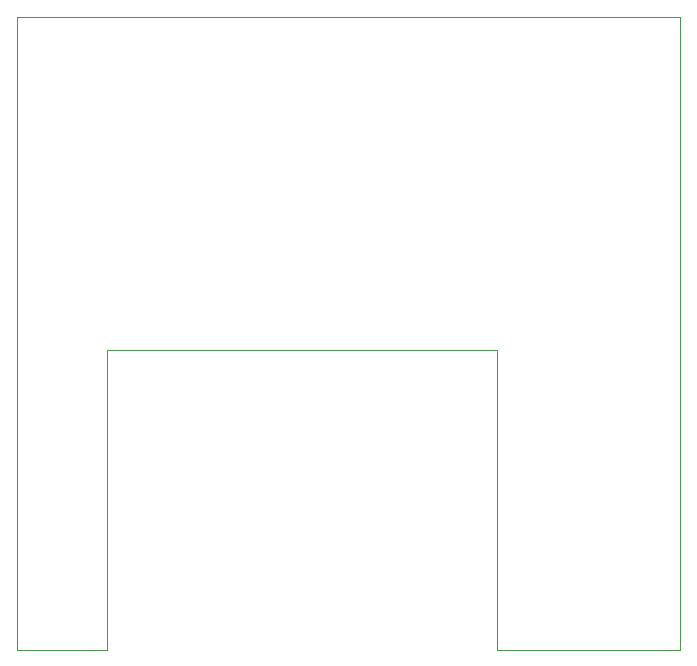
<source format=gbr>
%TF.GenerationSoftware,KiCad,Pcbnew,8.0.3*%
%TF.CreationDate,2024-06-19T13:29:18+09:00*%
%TF.ProjectId,yashica8_ver0.1.2,79617368-6963-4613-985f-766572302e31,rev?*%
%TF.SameCoordinates,Original*%
%TF.FileFunction,Profile,NP*%
%FSLAX46Y46*%
G04 Gerber Fmt 4.6, Leading zero omitted, Abs format (unit mm)*
G04 Created by KiCad (PCBNEW 8.0.3) date 2024-06-19 13:29:18*
%MOMM*%
%LPD*%
G01*
G04 APERTURE LIST*
%TA.AperFunction,Profile*%
%ADD10C,0.100000*%
%TD*%
G04 APERTURE END LIST*
D10*
X22240000Y27130000D02*
X-10780000Y27130000D01*
X37734000Y1730000D02*
X22240000Y1730000D01*
X-10780000Y27130000D02*
X-10780000Y1730000D01*
X-18400000Y1730000D02*
X-18400000Y55324000D01*
X37734000Y55324000D02*
X37734000Y1730000D01*
X-18400000Y55324000D02*
X37734000Y55324000D01*
X-10780000Y1730000D02*
X-18400000Y1730000D01*
X22240000Y1730000D02*
X22240000Y27130000D01*
M02*

</source>
